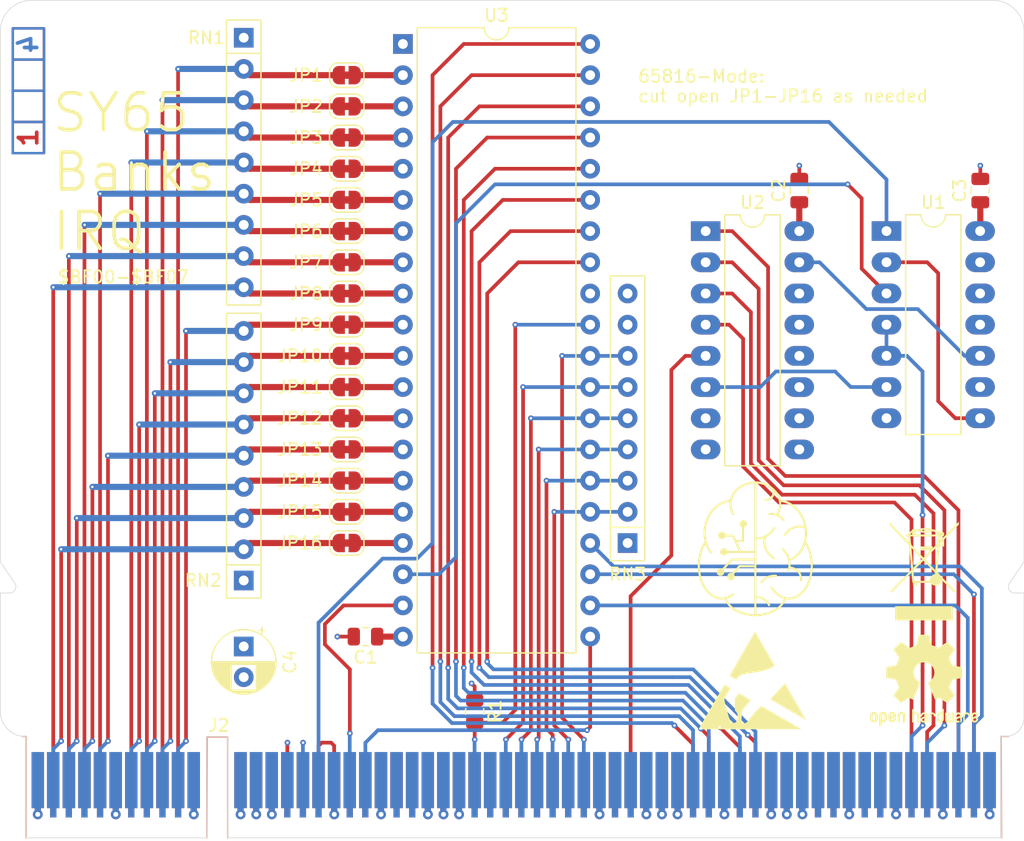
<source format=kicad_pcb>
(kicad_pcb (version 20240108) (generator "pcbnew") (generator_version "8.0")
  (layers (0 "F.Cu" signal) (1 "In1.Cu" power) (2 "In2.Cu" power) (31 "B.Cu" signal) (34 "B.Paste" user) (35 "F.Paste" user) (36 "B.SilkS" user "B.Silkscreen") (37 "F.SilkS" user "F.Silkscreen") (38 "B.Mask" user) (39 "F.Mask" user) (44 "Edge.Cuts" user))
  (net 0 "")
  (net 1 "+5V")
  (net 2 "GND")
  (net 4 "/ROM_4")
  (net 6 "/ROM_2")
  (net 10 "/RAM_1")
  (net 11 "/~{IRQ_3}")
  (net 12 "/A6")
  (net 13 "/ROM_1")
  (net 14 "/D4")
  (net 16 "/ROM_0")
  (net 18 "/A5")
  (net 19 "/A7")
  (net 20 "+9V")
  (net 21 "/R{slash}~{W}")
  (net 22 "/RAM_3")
  (net 23 "/A1")
  (net 24 "/D6")
  (net 25 "/ROM_3")
  (net 26 "/D5")
  (net 30 "/RAM_4")
  (net 32 "/ROM_7")
  (net 33 "/RAM_0")
  (net 34 "/D3")
  (net 37 "/D1")
  (net 38 "/ROM_5")
  (net 39 "/~{IRQ}")
  (net 41 "/RAM_6")
  (net 42 "/ROM_6")
  (net 43 "/CLK")
  (net 48 "/RAM_5")
  (net 50 "/PAGE")
  (net 51 "/~{IRQ_0}")
  (net 52 "/~{IRQ_4}")
  (net 54 "/~{RES}")
  (net 56 "/D0")
  (net 57 "/A3")
  (net 59 "/A0")
  (net 60 "/A4")
  (net 61 "/D7")
  (net 62 "/D2")
  (net 63 "/RAM_2")
  (net 64 "/~{IO}")
  (net 66 "/A2")
  (net 68 "/~{IRQ_2}")
  (net 69 "/~{IRQ_1}")
  (net 72 "/RAM_7")
  (net 78 "/PORT_0")
  (net 83 "Net-(JP1-A)")
  (net 84 "Net-(JP2-A)")
  (net 85 "Net-(JP3-A)")
  (net 86 "Net-(JP4-A)")
  (net 87 "Net-(JP5-A)")
  (net 88 "Net-(JP6-A)")
  (net 89 "Net-(JP7-A)")
  (net 90 "Net-(JP8-A)")
  (net 91 "Net-(JP9-A)")
  (net 92 "Net-(JP10-A)")
  (net 93 "Net-(JP11-A)")
  (net 94 "Net-(JP12-A)")
  (net 95 "Net-(JP13-A)")
  (net 96 "Net-(JP14-A)")
  (net 97 "Net-(JP15-A)")
  (net 98 "Net-(JP16-A)")
  (net 101 "Net-(U2-E2)")
  (net 102 "Net-(U3-~{CS})")
  (net 104 "Net-(U2-~{Y0})")
  (net 127 "unconnected-(U2-~{Y2}-Pad13)")
  (net 128 "unconnected-(U2-~{Y6}-Pad9)")
  (net 129 "unconnected-(U2-~{Y1}-Pad14)")
  (net 130 "unconnected-(U2-~{Y4}-Pad11)")
  (net 131 "unconnected-(U2-~{Y3}-Pad12)")
  (net 132 "unconnected-(U2-~{Y5}-Pad10)")
  (footprint "Jumper:SolderJumper-2_P1.3mm_Bridged_RoundedPad1.0x1.5mm" (layer "F.Cu") (at 127.762 85.344 180)
    (property "Reference" "JP9")
    (property "Value" "ROM0")
  )
  (footprint "Resistor_SMD:R_0805_2012Metric" (layer "F.Cu") (at 138.176 116.84 -90)
    (property "Reference" "R1")
    (property "Value" "1k")
  )
  (footprint "Jumper:SolderJumper-2_P1.3mm_Bridged_RoundedPad1.0x1.5mm" (layer "F.Cu") (at 127.762 75.184 180)
    (property "Reference" "JP5")
    (property "Value" "RAM4")
  )
  (footprint "Resistor_THT:R_Array_SIP9" (layer "F.Cu") (at 150.622 103.124 90)
    (property "Reference" "RN3")
    (property "Value" "3k3")
  )
  (footprint "Capacitor_SMD:C_0805_2012Metric" (layer "F.Cu") (at 164.592 74.422 90)
    (property "Reference" "C2")
    (property "Value" "100n")
  )
  (footprint "Jumper:SolderJumper-2_P1.3mm_Bridged_RoundedPad1.0x1.5mm" (layer "F.Cu") (at 127.762 70.104 180)
    (property "Reference" "JP3")
    (property "Value" "RAM2")
  )
  (footprint "Symbol:OSHW-Logo2_9.8x8mm_SilkScreen" (layer "F.Cu") (at 174.752 114.3)
    (property "Reference" "REF**" (hide yes))
    (property "Value" "OSHW-Logo2_9.8x8mm_SilkScreen" (hide yes))
  )
  (footprint "Eigene:ladder_4" (layer "F.Cu") (at 101.854 66.294 90)
    (property "Reference" "Ref**" (hide yes))
    (property "Value" "Val**" (hide yes))
  )
  (footprint "Package_DIP:DIP-40_W15.24mm" (layer "F.Cu") (at 132.334 62.484)
    (property "Reference" "U3")
    (property "Value" "6525")
  )
  (footprint "Jumper:SolderJumper-2_P1.3mm_Bridged_RoundedPad1.0x1.5mm" (layer "F.Cu") (at 127.762 82.804 180)
    (property "Reference" "JP8")
    (property "Value" "RAM7")
  )
  (footprint "Jumper:SolderJumper-2_P1.3mm_Bridged_RoundedPad1.0x1.5mm" (layer "F.Cu") (at 127.762 65.024 180)
    (property "Reference" "JP1")
    (property "Value" "RAM0")
  )
  (footprint "Jumper:SolderJumper-2_P1.3mm_Bridged_RoundedPad1.0x1.5mm" (layer "F.Cu") (at 127.762 80.264 180)
    (property "Reference" "JP7")
    (property "Value" "RAM6")
  )
  (footprint "Symbol:WEEE-Logo_5.6x8mm_SilkScreen" (layer "F.Cu") (at 174.752 105.41)
    (property "Reference" "REF**" (hide yes))
    (property "Value" "WEEE-Logo_5.6x8mm_SilkScreen" (hide yes))
  )
  (footprint "Symbol:ESD-Logo_8.9x8mm_SilkScreen" (layer "F.Cu") (at 160.782 114.3)
    (property "Reference" "REF**" (hide yes))
    (property "Value" "ESD-Logo_8.9x8mm_SilkScreen" (hide yes))
  )
  (footprint "Eigene:logo" (layer "F.Cu") (at 161.036 103.632)
    (property "Reference" "G***" (hide yes))
    (property "Value" "LOGO" (hide yes))
  )
  (footprint "Resistor_THT:R_Array_SIP9" (layer "F.Cu") (at 119.38 106.172 90)
    (property "Reference" "RN2")
    (property "Value" "3k3")
  )
  (footprint "Package_DIP:DIP-16_W7.62mm_LongPads" (layer "F.Cu") (at 156.972 77.724)
    (property "Reference" "U2")
    (property "Value" "74HC138")
  )
  (footprint "Jumper:SolderJumper-2_P1.3mm_Bridged_RoundedPad1.0x1.5mm" (layer "F.Cu") (at 127.762 98.044 180)
    (property "Reference" "JP14")
    (property "Value" "ROM5")
  )
  (footprint "Jumper:SolderJumper-2_P1.3mm_Bridged_RoundedPad1.0x1.5mm" (layer "F.Cu") (at 127.762 92.964 180)
    (property "Reference" "JP12")
    (property "Value" "ROM3")
  )
  (footprint "Jumper:SolderJumper-2_P1.3mm_Bridged_RoundedPad1.0x1.5mm" (layer "F.Cu") (at 127.762 77.724 180)
    (property "Reference" "JP6")
    (property "Value" "RAM5")
  )
  (footprint "Jumper:SolderJumper-2_P1.3mm_Bridged_RoundedPad1.0x1.5mm" (layer "F.Cu") (at 127.762 72.644 180)
    (property "Reference" "JP4")
    (property "Value" "RAM3")
  )
  (footprint "Jumper:SolderJumper-2_P1.3mm_Bridged_RoundedPad1.0x1.5mm" (layer "F.Cu") (at 127.762 95.504 180)
    (property "Reference" "JP13")
    (property "Value" "ROM4")
  )
  (footprint "Jumper:SolderJumper-2_P1.3mm_Bridged_RoundedPad1.0x1.5mm" (layer "F.Cu") (at 127.762 90.424 180)
    (property "Reference" "JP11")
    (property "Value" "ROM2")
  )
  (footprint "Capacitor_SMD:C_0805_2012Metric" (layer "F.Cu") (at 179.324 74.422 90)
    (property "Reference" "C3")
    (property "Value" "100n")
  )
  (footprint "Resistor_THT:R_Array_SIP9" (layer "F.Cu") (at 119.38 61.976 -90)
    (property "Reference" "RN1")
    (property "Value" "3k3")
  )
  (footprint "Jumper:SolderJumper-2_P1.3mm_Bridged_RoundedPad1.0x1.5mm" (layer "F.Cu") (at 127.762 103.124 180)
    (property "Reference" "JP16")
    (property "Value" "ROM7")
  )
  (footprint "Capacitor_SMD:C_0805_2012Metric" (layer "F.Cu") (at 129.286 110.744 180)
    (property "Reference" "C1")
    (property "Value" "100n")
  )
  (footprint "Jumper:SolderJumper-2_P1.3mm_Bridged_RoundedPad1.0x1.5mm" (layer "F.Cu") (at 127.762 67.564 180)
    (property "Reference" "JP2")
    (property "Value" "RAM1")
  )
  (footprint "Package_DIP:DIP-14_W7.62mm_LongPads" (layer "F.Cu") (at 171.689 77.719)
    (property "Reference" "U1")
    (property "Value" "74HC00")
  )
  (footprint "Jumper:SolderJumper-2_P1.3mm_Bridged_RoundedPad1.0x1.5mm" (layer "F.Cu") (at 127.762 100.584 180)
    (property "Reference" "JP15")
    (property "Value" "ROM6")
  )
  (footprint "Capacitor_THT:CP_Radial_D5.0mm_P2.50mm" (layer "F.Cu") (at 119.38 111.546 -90)
    (property "Reference" "C4")
    (property "Value" "10µ")
  )
  (footprint "Jumper:SolderJumper-2_P1.3mm_Bridged_RoundedPad1.0x1.5mm" (layer "F.Cu") (at 127.762 87.884 180)
    (property "Reference" "JP10")
    (property "Value" "ROM1")
  )
  (footprint "Connector_PCBEdge:BUS_PCI" (layer "B.Cu") (at 141.346 123.758 180)
    (property "Reference" "J2")
    (property "Value" "Bus_PCI_6502")
  )
  (gr_line (start 116.332 118.872) (end 118.11 118.872) (stroke (width 0.05)) (layer "Edge.Cuts"))
  (gr_arc (start 101.6 118.872) (mid 100.163158 118.276841) (end 99.568 116.84) (stroke (width 0.05)) (layer "Edge.Cuts"))
  (gr_line (start 116.332 127.127) (end 116.332 118.872) (stroke (width 0.05)) (layer "Edge.Cuts"))
  (gr_line (start 182.88 107.188) (end 182.118 107.188) (stroke (width 0.05)) (layer "Edge.Cuts"))
  (gr_line (start 99.568 104.648) (end 99.568 61.468) (stroke (width 0.05)) (layer "Edge.Cuts"))
  (gr_line (start 102.108 58.928) (end 180.34 58.928) (stroke (width 0.05)) (layer "Edge.Cuts"))
  (gr_line (start 101.727 127.127) (end 116.332 127.127) (stroke (width 0.05)) (layer "Edge.Cuts"))
  (gr_line (start 118.11 127.127) (end 180.975 127.127) (stroke (width 0.05)) (layer "Edge.Cuts"))
  (gr_line (start 180.975 118.872) (end 181.356 118.872) (stroke (width 0.05)) (layer "Edge.Cuts"))
  (gr_line (start 99.568 104.648) (end 100.784369 106.452815) (stroke (width 0.05)) (layer "Edge.Cuts"))
  (gr_line (start 180.975 127.127) (end 180.975 118.872) (stroke (width 0.05)) (layer "Edge.Cuts"))
  (gr_arc (start 180.34 58.928) (mid 182.1361 59.671928) (end 182.88 61.468) (stroke (width 0.05)) (layer "Edge.Cuts"))
  (gr_line (start 101.727 118.872) (end 101.727 127.127) (stroke (width 0.05)) (layer "Edge.Cuts"))
  (gr_arc (start 99.568 61.468) (mid 100.311949 59.671949) (end 102.108 58.928) (stroke (width 0.05)) (layer "Edge.Cuts"))
  (gr_line (start 118.11 118.872) (end 118.11 127.127) (stroke (width 0.05)) (layer "Edge.Cuts"))
  (gr_line (start 99.568 116.84) (end 99.568 107.188) (stroke (width 0.05)) (layer "Edge.Cuts"))
  (gr_line (start 101.6 118.872) (end 101.727 118.872) (stroke (width 0.05)) (layer "Edge.Cuts"))
  (gr_arc (start 100.784369 106.452815) (mid 100.762131 106.947071) (end 100.33 107.188) (stroke (width 0.05)) (layer "Edge.Cuts"))
  (gr_line (start 182.88 104.648) (end 182.88 61.468) (stroke (width 0.05)) (layer "Edge.Cuts"))
  (gr_arc (start 182.118 107.188) (mid 181.685941 106.947064) (end 181.663631 106.452815) (stroke (width 0.05)) (layer "Edge.Cuts"))
  (gr_line (start 100.33 107.188) (end 99.568 107.188) (stroke (width 0.05)) (layer "Edge.Cuts"))
  (gr_line (start 181.663631 106.452815) (end 182.88 104.648) (stroke (width 0.05)) (layer "Edge.Cuts"))
  (gr_arc (start 182.88 117.348) (mid 182.433645 118.425645) (end 181.356 118.872) (stroke (width 0.05)) (layer "Edge.Cuts"))
  (gr_line (start 182.88 107.188) (end 182.88 117.348) (stroke (width 0.05)) (layer "Edge.Cuts"))
  (gr_text "SY65\nBanks\nIRQ" (at 103.632 79.502 0) (layer "F.SilkS") (effects (font (size 3 3) (thickness 0.3)) (justify left bottom)))
  (gr_text "$BF00-$BF07" (at 104.14 82.042 0) (layer "F.SilkS") (effects (font (size 1 1)) (justify left bottom)))
  (gr_text "65816-Mode:\ncut open JP1-JP16 as needed" (at 151.384 67.31 0) (layer "F.SilkS") (effects (font (size 1 1)) (justify left bottom)))
  (segment (start 179.324 75.372) (end 179.324 77.704) (width 0.5) (layer "F.Cu") (net 1))
  (segment (start 164.592 75.372) (end 164.592 77.724) (width 0.5) (layer "F.Cu") (net 1))
  (segment (start 179.324 77.704) (end 179.309 77.719) (width 0.5) (layer "F.Cu") (net 1))
  (segment (start 130.236 110.744) (end 132.334 110.744) (width 0.5) (layer "F.Cu") (net 1))
  (via (at 121.666 125.222) (size 0.8) (drill 0.4) (layers "F.Cu" "B.Cu") (net 1))
  (via (at 135.636 125.222) (size 0.8) (drill 0.4) (layers "F.Cu" "B.Cu") (net 1))
  (via (at 153.416 125.222) (size 0.8) (drill 0.4) (layers "F.Cu" "B.Cu") (net 1))
  (via (at 163.576 125.222) (size 0.8) (drill 0.4) (layers "F.Cu" "B.Cu") (net 1))
  (segment (start 138.176 114.808) (end 137.922 114.554) (width 0.3) (layer "F.Cu") (net 2))
  (segment (start 125.466 122.428) (end 125.466 119.644) (width 0.3) (layer "F.Cu") (net 2))
  (segment (start 126.736 119.624) (end 126.736 122.428) (width 0.3) (layer "F.Cu") (net 2))
  (segment (start 122.926 122.428) (end 122.926 119.39) (width 0.3) (layer "F.Cu") (net 2))
  (segment (start 126.492 119.38) (end 126.736 119.624) (width 0.3) (layer "F.Cu") (net 2))
  (segment (start 179.324 73.472) (end 179.324 72.39) (width 0.3) (layer "F.Cu") (net 2))
  (segment (start 125.466 119.644) (end 125.73 119.38) (width 0.3) (layer "F.Cu") (net 2))
  (segment (start 164.592 73.472) (end 164.592 72.39) (width 0.3) (layer "F.Cu") (net 2))
  (segment (start 128.336 110.744) (end 127 110.744) (width 0.3) (layer "F.Cu") (net 2))
  (segment (start 125.73 119.38) (end 126.492 119.38) (width 0.3) (layer "F.Cu") (net 2))
  (segment (start 138.176 115.9275) (end 138.176 114.808) (width 0.3) (layer "F.Cu") (net 2))
  (segment (start 122.926 119.39) (end 122.936 119.38) (width 0.3) (layer "F.Cu") (net 2))
  (via (at 126.746 125.222) (size 0.8) (drill 0.4) (layers "F.Cu" "B.Cu") (net 2))
  (via (at 176.276 125.222) (size 0.8) (drill 0.4) (layers "F.Cu" "B.Cu") (net 2))
  (via (at 152.146 125.222) (size 0.8) (drill 0.4) (layers "F.Cu" "B.Cu") (net 2))
  (via (at 124.206 119.38) (size 0.46) (drill 0.2) (layers "F.Cu" "B.Cu") (net 2))
  (via (at 162.306 125.222) (size 0.8) (drill 0.4) (layers "F.Cu" "B.Cu") (net 2))
  (via (at 120.396 125.222) (size 0.8) (drill 0.4) (layers "F.Cu" "B.Cu") (net 2))
  (via (at 158.496 125.222) (size 0.8) (drill 0.4) (layers "F.Cu" "B.Cu") (net 2))
  (via (at 130.556 125.222) (size 0.8) (drill 0.4) (layers "F.Cu" "B.Cu") (net 2))
  (via (at 180.086 125.222) (size 0.8) (drill 0.4) (layers "F.Cu" "B.Cu") (net 2))
  (via (at 164.592 72.39) (size 0.46) (drill 0.2) (layers "F.Cu" "B.Cu") (net 2))
  (via (at 122.936 119.38) (size 0.46) (drill 0.2) (layers "F.Cu" "B.Cu") (net 2))
  (via (at 154.686 125.222) (size 0.8) (drill 0.4) (layers "F.Cu" "B.Cu") (net 2))
  (via (at 164.846 125.222) (size 0.8) (drill 0.4) (layers "F.Cu" "B.Cu") (net 2))
  (via (at 134.366 125.222) (size 0.8) (drill 0.4) (layers "F.Cu" "B.Cu") (net 2))
  (via (at 137.922 114.554) (size 0.46) (drill 0.2) (layers "F.Cu" "B.Cu") (net 2))
  (via (at 136.906 125.222) (size 0.8) (drill 0.4) (layers "F.Cu" "B.Cu") (net 2))
  (via (at 102.616 125.222) (size 0.8) (drill 0.4) (layers "F.Cu" "B.Cu") (net 2))
  (via (at 179.324 72.39) (size 0.46) (drill 0.2) (layers "F.Cu" "B.Cu") (net 2))
  (via (at 172.466 125.222) (size 0.8) (drill 0.4) (layers "F.Cu" "B.Cu") (net 2))
  (via (at 168.656 125.222) (size 0.8) (drill 0.4) (layers "F.Cu" "B.Cu") (net 2))
  (via (at 148.336 125.222) (size 0.8) (drill 0.4) (layers "F.Cu" "B.Cu") (net 2))
  (via (at 127 110.744) (size 0.46) (drill 0.2) (layers "F.Cu" "B.Cu") (net 2))
  (via (at 108.966 125.222) (size 0.8) (drill 0.4) (layers "F.Cu" "B.Cu") (net 2))
  (via (at 115.316 125.222) (size 0.8) (drill 0.4) (layers "F.Cu" "B.Cu") (net 2))
  (segment (start 124.196 119.39) (end 124.206 119.38) (width 0.3) (layer "B.Cu") (net 2))
  (segment (start 124.196 122.428) (end 124.196 119.39) (width 0.3) (layer "B.Cu") (net 2))
  (segment (start 127.112 95.504) (end 119.888 95.504) (width 0.5) (layer "F.Cu") (net 4))
  (segment (start 119.888 95.504) (end 119.38 96.012) (width 0.5) (layer "F.Cu") (net 4))
  (segment (start 108.331 119.253) (end 108.331 96.012) (width 0.3) (layer "F.Cu") (net 4))
  (via (at 108.331 119.253) (size 0.46) (drill 0.2) (layers "F.Cu" "B.Cu") (net 4))
  (via (at 108.331 96.012) (size 0.46) (drill 0.2) (layers "F.Cu" "B.Cu") (net 4))
  (segment (start 107.686 122.428) (end 107.686 119.898) (width 0.3) (layer "B.Cu") (net 4))
  (segment (start 107.686 119.898) (end 108.331 119.253) (width 0.3) (layer "B.Cu") (net 4))
  (segment (start 119.38 96.012) (end 108.331 96.012) (width 0.5) (layer "B.Cu") (net 4))
  (segment (start 119.888 90.424) (end 119.38 90.932) (width 0.5) (layer "F.Cu") (net 6))
  (segment (start 112.141 119.253) (end 112.141 90.932) (width 0.3) (layer "F.Cu") (net 6))
  (segment (start 127.112 90.424) (end 119.888 90.424) (width 0.5) (layer "F.Cu") (net 6))
  (via (at 112.141 119.253) (size 0.46) (drill 0.2) (layers "F.Cu" "B.Cu") (net 6))
  (via (at 112.141 90.932) (size 0.46) (drill 0.2) (layers "F.Cu" "B.Cu") (net 6))
  (segment (start 111.496 122.428) (end 111.496 119.898) (width 0.3) (layer "B.Cu") (net 6))
  (segment (start 119.38 90.932) (end 112.141 90.932) (width 0.5) (layer "B.Cu") (net 6))
  (segment (start 111.496 119.898) (end 112.141 119.253) (width 0.3) (layer "B.Cu") (net 6))
  (segment (start 127.112 67.564) (end 119.888 67.564) (width 0.5) (layer "F.Cu") (net 10))
  (segment (start 112.766 122.428) (end 112.766 67.066) (width 0.3) (layer "F.Cu") (net 10))
  (segment (start 119.888 67.564) (end 119.38 67.056) (width 0.5) (layer "F.Cu") (net 10))
  (segment (start 112.766 67.066) (end 112.776 67.056) (width 0.3) (layer "F.Cu") (net 10))
  (via (at 112.776 67.056) (size 0.46) (drill 0.2) (layers "F.Cu" "B.Cu") (net 10))
  (segment (start 112.776 67.056) (end 119.38 67.056) (width 0.5) (layer "B.Cu") (net 10))
  (segment (start 142.748 118.364) (end 141.986 119.126) (width 0.3) (layer "F.Cu") (net 11))
  (segment (start 142.748 92.964) (end 142.748 118.364) (width 0.3) (layer "F.Cu") (net 11))
  (via (at 141.986 119.126) (size 0.46) (drill 0.2) (layers "F.Cu" "B.Cu") (net 11))
  (via (at 142.748 92.964) (size 0.46) (drill 0.2) (layers "F.Cu" "B.Cu") (net 11))
  (segment (start 141.976 122.428) (end 141.976 119.136) (width 0.3) (layer "B.Cu") (net 11))
  (segment (start 141.976 119.136) (end 141.986 119.126) (width 0.3) (layer "B.Cu") (net 11))
  (segment (start 142.748 92.964) (end 150.622 92.964) (width 0.3) (layer "B.Cu") (net 11))
  (segment (start 174.625 113.538) (end 174.625 100.838) (width 0.3) (layer "F.Cu") (net 12))
  (segment (start 174.625 117.983) (end 174.625 113.538) (width 0.3) (layer "F.Cu") (net 12))
  (via (at 174.625 117.983) (size 0.46) (drill 0.2) (layers "F.Cu" "B.Cu") (net 12))
  (via (at 174.625 100.838) (size 0.46) (drill 0.2) (layers "F.Cu" "B.Cu") (net 12))
  (segment (start 171.689 85.339) (end 171.689 87.879) (width 0.3) (layer "B.Cu") (net 12))
  (segment (start 173.726 122.428) (end 173.726 118.882) (width 0.3) (layer "B.Cu") (net 12))
  (segment (start 173.35 87.879) (end 171.689 87.879) (width 0.3) (layer "B.Cu") (net 12))
  (segment (start 174.625 89.154) (end 173.35 87.879) (width 0.3) (layer "B.Cu") (net 12))
  (segment (start 173.726 118.882) (end 174.625 117.983) (width 0.3) (layer "B.Cu") (net 12))
  (segment (start 174.625 100.838) (end 174.625 89.154) (width 0.3) (layer "B.Cu") (net 12))
  (segment (start 119.888 87.884) (end 119.38 88.392) (width 0.5) (layer "F.Cu") (net 13))
  (segment (start 113.411 119.253) (end 113.411 88.392) (width 0.3) (layer "F.Cu") (net 13))
  (segment (start 127.112 87.884) (end 119.888 87.884) (width 0.5) (layer "F.Cu") (net 13))
  (via (at 113.411 119.253) (size 0.46) (drill 0.2) (layers "F.Cu" "B.Cu") (net 13))
  (via (at 113.411 88.392) (size 0.46) (drill 0.2) (layers "F.Cu" "B.Cu") (net 13))
  (segment (start 113.411 88.392) (end 119.38 88.392) (width 0.5) (layer "B.Cu") (net 13))
  (segment (start 112.766 119.898) (end 113.411 119.253) (width 0.3) (layer "B.Cu") (net 13))
  (segment (start 112.766 122.428) (end 112.766 119.898) (width 0.3) (layer "B.Cu") (net 13))
  (segment (start 136.652 112.776) (end 136.652 72.644) (width 0.3) (layer "F.Cu") (net 14))
  (segment (start 136.652 72.644) (end 139.192 70.104) (width 0.3) (layer "F.Cu") (net 14))
  (segment (start 139.192 70.104) (end 147.574 70.104) (width 0.3) (layer "F.Cu") (net 14))
  (via (at 136.652 112.776) (size 0.46) (drill 0.2) (layers "F.Cu" "B.Cu") (net 14))
  (segment (start 157.226 118.051756) (end 157.226 122.428) (width 0.3) (layer "B.Cu") (net 14))
  (segment (start 155.125244 115.951) (end 157.226 118.051756) (width 0.3) (layer "B.Cu") (net 14))
  (segment (start 136.652 112.776) (end 136.652 115.57) (width 0.3) (layer "B.Cu") (net 14))
  (segment (start 137.033 115.951) (end 155.125244 115.951) (width 0.3) (layer "B.Cu") (net 14))
  (segment (start 136.652 115.57) (end 137.033 115.951) (width 0.3) (layer "B.Cu") (net 14))
  (segment (start 119.888 85.344) (end 119.38 85.852) (width 0.5) (layer "F.Cu") (net 16))
  (segment (start 114.681 119.253) (end 114.681 85.852) (width 0.3) (layer "F.Cu") (net 16))
  (segment (start 127.112 85.344) (end 119.888 85.344) (width 0.5) (layer "F.Cu") (net 16))
  (via (at 114.681 85.852) (size 0.46) (drill 0.2) (layers "F.Cu" "B.Cu") (net 16))
  (via (at 114.681 119.253) (size 0.46) (drill 0.2) (layers "F.Cu" "B.Cu") (net 16))
  (segment (start 114.036 122.428) (end 114.036 119.898) (width 0.3) (layer "B.Cu") (net 16))
  (segment (start 119.38 85.852) (end 114.681 85.852) (width 0.5) (layer "B.Cu") (net 16))
  (segment (start 114.036 119.898) (end 114.681 119.253) (width 0.3) (layer "B.Cu") (net 16))
  (segment (start 163.195 99.187) (end 160.655 96.647) (width 0.3) (layer "F.Cu") (net 18))
  (segment (start 175.514 117.983) (end 175.514 100.711) (width 0.3) (layer "F.Cu") (net 18))
  (segment (start 175.514 100.711) (end 173.99 99.187) (width 0.3) (layer "F.Cu") (net 18))
  (segment (start 160.655 84.328) (end 159.131 82.804) (width 0.3) (layer "F.Cu") (net 18))
  (segment (start 159.131 82.804) (end 156.972 82.804) (width 0.3) (layer "F.Cu") (net 18))
  (segment (start 160.655 96.647) (end 160.655 84.328) (width 0.3) (layer "F.Cu") (net 18))
  (segment (start 174.996 122.428) (end 174.996 118.501) (width 0.3) (layer "F.Cu") (net 18))
  (segment (start 174.996 118.501) (end 175.514 117.983) (width 0.3) (layer "F.Cu") (net 18))
  (segment (start 173.99 99.187) (end 163.195 99.187) (width 0.3) (layer "F.Cu") (net 18))
  (segment (start 172.339 99.822) (end 162.941 99.822) (width 0.3) (layer "F.Cu") (net 19))
  (segment (start 160.02 96.901) (end 160.02 86.487) (width 0.3) (layer "F.Cu") (net 19))
  (segment (start 173.726 122.428) (end 173.726 101.209) (width 0.3) (layer "F.Cu") (net 19))
  (segment (start 162.941 99.822) (end 160.02 96.901) (width 0.3) (layer "F.Cu") (net 19))
  (segment (start 160.02 86.487) (end 158.877 85.344) (width 0.3) (layer "F.Cu") (net 19))
  (segment (start 158.877 85.344) (end 156.972 85.344) (width 0.3) (layer "F.Cu") (net 19))
  (segment (start 173.726 101.209) (end 172.339 99.822) (width 0.3) (layer "F.Cu") (net 19))
  (via (at 119.126 125.222) (size 0.8) (drill 0.4) (layers "F.Cu" "B.Cu") (net 20))
  (segment (start 125.984 109.728) (end 127.508 108.204) (width 0.3) (layer "F.Cu") (net 21))
  (segment (start 128.016 113.411) (end 125.984 111.379) (width 0.3) (layer "F.Cu") (net 21))
  (segment (start 127.508 108.204) (end 132.334 108.204) (width 0.3) (layer "F.Cu") (net 21))
  (segment (start 128.016 118.618) (end 128.016 113.411) (width 0.3) (layer "F.Cu") (net 21))
  (segment (start 125.984 111.379) (end 125.984 109.728) (width 0.3) (layer "F.Cu") (net 21))
  (via (at 128.016 118.618) (size 0.46) (drill 0.2) (layers "F.Cu" "B.Cu") (net 21))
  (segment (start 128.006 118.628) (end 128.016 118.618) (width 0.3) (layer "B.Cu") (net 21))
  (segment (start 128.006 122.428) (end 128.006 118.628) (width 0.3) (layer "B.Cu") (net 21))
  (segment (start 127.112 72.644) (end 119.888 72.644) (width 0.5) (layer "F.Cu") (net 22))
  (segment (start 110.226 122.428) (end 110.226 72.146) (width 0.3) (layer "F.Cu") (net 22))
  (segment (start 119.888 72.644) (end 119.38 72.136) (width 0.5) (layer "F.Cu") (net 22))
  (segment (start 110.226 72.146) (end 110.236 72.136) (width 0.3) (layer "F.Cu") (net 22))
  (via (at 110.236 72.136) (size 0.46) (drill 0.2) (layers "F.Cu" "B.Cu") (net 22))
  (segment (start 110.236 72.136) (end 119.38 72.136) (width 0.5) (layer "B.Cu") (net 22))
  (segment (start 178.806 107.305) (end 178.806 122.428) (width 0.3) (layer "F.Cu") (net 23))
  (via (at 178.806 107.305) (size 0.46) (drill 0.2) (layers "F.Cu" "B.Cu") (net 23))
  (segment (start 177.165 105.664) (end 147.574 105.664) (width 0.3) (layer "B.Cu") (net 23))
  (segment (start 178.806 107.305) (end 177.165 105.664) (width 0.3) (layer "B.Cu") (net 23))
  (segment (start 137.922 65.024) (end 147.574 65.024) (width 0.3) (layer "F.Cu") (net 24))
  (segment (start 135.382 112.776) (end 135.382 67.564) (width 0.3) (layer "F.Cu") (net 24))
  (segment (start 135.382 67.564) (end 137.922 65.024) (width 0.3) (layer "F.Cu") (net 24))
  (via (at 135.382 112.776) (size 0.46) (drill 0.2) (layers "F.Cu" "B.Cu") (net 24))
  (segment (start 135.382 112.776) (end 135.382 116.078) (width 0.3) (layer "B.Cu") (net 24))
  (segment (start 155.946 118.354) (end 155.946 122.428) (width 0.3) (layer "B.Cu") (net 24))
  (segment (start 136.525 117.221) (end 154.813 117.221) (width 0.3) (layer "B.Cu") (net 24))
  (segment (start 135.382 116.078) (end 136.525 117.221) (width 0.3) (layer "B.Cu") (net 24))
  (segment (start 154.813 117.221) (end 155.946 118.354) (width 0.3) (layer "B.Cu") (net 24))
  (segment (start 110.871 119.253) (end 110.871 93.472) (width 0.3) (layer "F.Cu") (net 25))
  (segment (start 127.112 92.964) (end 119.888 92.964) (width 0.5) (layer "F.Cu") (net 25))
  (segment (start 119.888 92.964) (end 119.38 93.472) (width 0.5) (layer "F.Cu") (net 25))
  (via (at 110.871 119.253) (size 0.46) (drill 0.2) (layers "F.Cu" "B.Cu") (net 25))
  (via (at 110.871 93.472) (size 0.46) (drill 0.2) (layers "F.Cu" "B.Cu") (net 25))
  (segment (start 110.226 122.428) (end 110.226 119.898) (width 0.3) (layer "B.Cu") (net 25))
  (segment (start 110.226 119.898) (end 110.871 119.253) (width 0.3) (layer "B.Cu") (net 25))
  (segment (start 119.38 93.472) (end 110.871 93.472) (width 0.5) (layer "B.Cu") (net 25))
  (segment (start 157.226 122.428) (end 157.226 118.872) (width 0.3) (layer "F.Cu") (net 26))
  (segment (start 157.226 118.872) (end 156.591 118.237) (width 0.3) (layer "F.Cu") (net 26))
  (segment (start 138.557 67.564) (end 147.574 67.564) (width 0.3) (layer "F.Cu") (net 26))
  (segment (start 136.017 113.284) (end 136.017 70.104) (width 0.3) (layer "F.Cu") (net 26))
  (segment (start 136.017 70.104) (end 138.557 67.564) (width 0.3) (layer "F.Cu") (net 26))
  (via (at 136.017 113.284) (size 0.46) (drill 0.2) (layers "F.Cu" "B.Cu") (net 26))
  (via (at 156.591 118.237) (size 0.46) (drill 0.2) (layers "F.Cu" "B.Cu") (net 26))
  (segment (start 136.017 113.284) (end 136.017 115.824) (width 0.3) (layer "B.Cu") (net 26))
  (segment (start 136.779 116.586) (end 154.94 116.586) (width 0.3) (layer "B.Cu") (net 26))
  (segment (start 136.017 115.824) (end 136.779 116.586) (width 0.3) (layer "B.Cu") (net 26))
  (segment (start 154.94 116.586) (end 156.591 118.237) (width 0.3) (layer "B.Cu") (net 26))
  (segment (start 107.686 122.428) (end 107.686 74.686) (width 0.3) (layer "F.Cu") (net 30))
  (segment (start 107.686 74.686) (end 107.696 74.676) (width 0.3) (layer "F.Cu") (net 30))
  (segment (start 127.112 75.184) (end 119.888 75.184) (width 0.5) (layer "F.Cu") (net 30))
  (segment (start 119.888 75.184) (end 119.38 74.676) (width 0.5) (layer "F.Cu") (net 30))
  (via (at 107.696 74.676) (size 0.46) (drill 0.2) (layers "F.Cu" "B.Cu") (net 30))
  (segment (start 119.38 74.676) (end 107.696 74.676) (width 0.5) (layer "B.Cu") (net 30))
  (segment (start 127.112 103.124) (end 119.888 103.124) (width 0.5) (layer "F.Cu") (net 32))
  (segment (start 119.888 103.124) (end 119.38 103.632) (width 0.5) (layer "F.Cu") (net 32))
  (segment (start 104.521 119.253) (end 104.521 103.632) (width 0.3) (layer "F.Cu") (net 32))
  (via (at 104.521 119.253) (size 0.46) (drill 0.2) (layers "F.Cu" "B.Cu") (net 32))
  (via (at 104.521 103.632) (size 0.46) (drill 0.2) (layers "F.Cu" "B.Cu") (net 32))
  (segment (start 119.38 103.632) (end 104.521 103.632) (width 0.5) (layer "B.Cu") (net 32))
  (segment (start 103.876 122.428) (end 103.876 119.898) (width 0.3) (layer "B.Cu") (net 32))
  (segment (start 103.876 119.898) (end 104.521 119.253) (width 0.3) (layer "B.Cu") (net 32))
  (segment (start 119.888 65.024) (end 119.38 64.516) (width 0.5) (layer "F.Cu") (net 33))
  (segment (start 114.036 122.428) (end 114.036 64.526) (width 0.3) (layer "F.Cu") (net 33))
  (segment (start 114.036 64.526) (end 114.046 64.516) (width 0.3) (layer "F.Cu") (net 33))
  (segment (start 127.112 65.024) (end 119.888 65.024) (width 0.5) (layer "F.Cu") (net 33))
  (via (at 114.046 64.516) (size 0.46) (drill 0.2) (layers "F.Cu" "B.Cu") (net 33))
  (segment (start 119.38 64.516) (end 114.046 64.516) (width 0.5) (layer "B.Cu") (net 33))
  (segment (start 158.115 118.11) (end 159.756 119.751) (width 0.3) (layer "F.Cu") (net 34))
  (segment (start 137.287 75.184) (end 139.827 72.644) (width 0.3) (layer "F.Cu") (net 34))
  (segment (start 159.756 119.751) (end 159.756 122.428) (width 0.3) (layer "F.Cu") (net 34))
  (segment (start 137.287 113.284) (end 137.287 75.184) (width 0.3) (layer "F.Cu") (net 34))
  (segment (start 139.827 72.644) (end 147.574 72.644) (width 0.3) (layer "F.Cu") (net 34))
  (via (at 137.287 113.284) (size 0.46) (drill 0.2) (layers "F.Cu" "B.Cu") (net 34))
  (via (at 158.115 118.11) (size 0.46) (drill 0.2) (layers "F.Cu" "B.Cu") (net 34))
  (segment (start 137.287 114.935) (end 137.287 113.284) (width 0.3) (layer "B.Cu") (net 34))
  (segment (start 158.115 118.108324) (end 155.322676 115.316) (width 0.3) (layer "B.Cu") (net 34))
  (segment (start 158.115 118.11) (end 158.115 118.108324) (width 0.3) (layer "B.Cu") (net 34))
  (segment (start 155.322676 115.316) (end 137.668 115.316) (width 0.3) (layer "B.Cu") (net 34))
  (segment (start 137.668 115.316) (end 137.287 114.935) (width 0.3) (layer "B.Cu") (net 34))
  (segment (start 161.026 119.37) (end 160.401 118.745) (width 0.3) (layer "F.Cu") (net 37))
  (segment (start 141.097 77.724) (end 147.574 77.724) (width 0.3) (layer "F.Cu") (net 37))
  (segment (start 138.557 113.284) (end 138.557 80.264) (width 0.3) (layer "F.Cu") (net 37))
  (segment (start 161.026 122.428) (end 161.026 119.37) (width 0.3) (layer "F.Cu") (net 37))
  (segment (start 138.557 80.264) (end 141.097 77.724) (width 0.3) (layer "F.Cu") (net 37))
  (via (at 138.557 113.284) (size 0.46) (drill 0.2) (layers "F.Cu" "B.Cu") (net 37))
  (via (at 160.401 118.745) (size 0.46) (drill 0.2) (layers "F.Cu" "B.Cu") (net 37))
  (segment (start 139.319 114.046) (end 138.557 113.284) (width 0.3) (layer "B.Cu") (net 37))
  (segment (start 158.75 117.094) (end 155.702 114.046) (width 0.3) (layer "B.Cu") (net 37))
  (segment (start 154.305 114.046) (end 139.319 114.046) (width 0.3) (layer "B.Cu") (net 37))
  (segment (start 160.401 118.745) (end 158.75 117.094) (width 0.3) (layer "B.Cu") (net 37))
  (segment (start 155.702 114.046) (end 154.305 114.046) (width 0.3) (layer "B.Cu") (net 37))
  (segment (start 127.112 98.044) (end 119.888 98.044) (width 0.5) (layer "F.Cu") (net 38))
  (segment (start 119.888 98.044) (end 119.38 98.552) (width 0.5) (layer "F.Cu") (net 38))
  (segment (start 107.061 98.552) (end 107.061 119.253) (width 0.3) (layer "F.Cu") (net 38))
  (via (at 107.061 119.253) (size 0.46) (drill 0.2) (layers "F.Cu" "B.Cu") (net 38))
  (via (at 107.061 98.552) (size 0.46) (drill 0.2) (layers "F.Cu" "B.Cu") (net 38))
  (segment (start 106.416 119.898) (end 107.061 119.253) (width 0.3) (layer "B.Cu") (net 38))
  (segment (start 119.38 98.552) (end 107.061 98.552) (width 0.5) (layer "B.Cu") (net 38))
  (segment (start 106.416 122.428) (end 106.416 119.898) (width 0.3) (layer "B.Cu") (net 38))
  (segment (start 147.066 119.126) (end 145.288 117.348) (width 0.3) (layer "F.Cu") (net 39))
  (segment (start 145.288 117.348) (end 145.288 87.884) (width 0.3) (layer "F.Cu") (net 39))
  (via (at 147.066 119.126) (size 0.46) (drill 0.2) (layers "F.Cu" "B.Cu") (net 39))
  (via (at 145.288 87.884) (size 0.46) (drill 0.2) (layers "F.Cu" "B.Cu") (net 39))
  (segment (start 147.574 87.884) (end 150.622 87.884) (width 0.3) (layer "B.Cu") (net 39))
  (segment (start 145.288 87.884) (end 147.574 87.884) (width 0.3) (layer "B.Cu") (net 39))
  (segment (start 147.056 122.428) (end 147.056 119.136) (width 0.3) (layer "B.Cu") (net 39))
  (segment (start 147.056 119.136) (end 147.066 119.126) (width 0.3) (layer "B.Cu") (net 39))
  (segment (start 119.888 80.264) (end 119.38 79.756) (width 0.5) (layer "F.Cu") (net 41))
  (segment (start 127.112 80.264) (end 119.888 80.264) (width 0.5) (layer "F.Cu") (net 41))
  (segment (start 105.146 122.428) (end 105.146 79.766) (width 0.3) (layer "F.Cu") (net 41))
  (segment (start 105.146 79.766) (end 105.156 79.756) (width 0.3) (layer "F.Cu") (net 41))
  (via (at 105.156 79.756) (size 0.46) (drill 0.2) (layers "F.Cu" "B.Cu") (net 41))
  (segment (start 119.38 79.756) (end 105.156 79.756) (width 0.5) (layer "B.Cu") (net 41))
  (segment (start 105.791 119.253) (end 105.791 101.092) (width 0.3) (layer "F.Cu") (net 42))
  (segment (start 127.112 100.584) (end 119.888 100.584) (width 0.5) (layer "F.Cu") (net 42))
  (segment (start 119.888 100.584) (end 119.38 101.092) (width 0.5) (layer "F.Cu") (net 42))
  (via (at 105.791 101.092) (size 0.46) (drill 0.2) (layers "F.Cu" "B.Cu") (net 42))
  (via (at 105.791 119.253) (size 0.46) (drill 0.2) (layers "F.Cu" "B.Cu") (net 42))
  (segment (start 105.146 122.428) (end 105.146 119.898) (width 0.3) (layer "B.Cu") (net 42))
  (segment (start 105.146 119.898) (end 105.791 119.253) (width 0.3) (layer "B.Cu") (net 42))
  (segment (start 119.38 101.092) (end 105.791 101.092) (width 0.5) (layer "B.Cu") (net 42))
  (segment (start 134.747 70.485) (end 134.747 103.124) (width 0.3) (layer "B.Cu") (net 43))
  (segment (start 167.005 68.834) (end 136.398 68.834) (width 0.3) (layer "B.Cu") (net 43))
  (segment (start 130.683 104.394) (end 125.466 109.611) (width 0.3) (layer "B.Cu") (net 43))
  (segment (start 133.477 104.394) (end 130.683 104.394) (width 0.3) (layer "B.Cu") (net 43))
  (segment (start 134.747 103.124) (end 133.477 104.394) (width 0.3) (layer "B.Cu") (net 43))
  (segment (start 171.689 77.719) (end 171.689 73.518) (width 0.3) (layer "B.Cu") (net 43))
  (segment (start 125.466 109.611) (end 125.466 122.428) (width 0.3) (layer "B.Cu") (net 43))
  (segment (start 136.398 68.834) (end 134.747 70.485) (width 0.3) (layer "B.Cu") (net 43))
  (segment (start 171.689 73.518) (end 167.005 68.834) (width 0.3) (layer "B.Cu") (net 43))
  (segment (start 106.416 122.428) (end 106.416 77.226) (width 0.3) (layer "F.Cu") (net 48))
  (segment (start 106.416 77.226) (end 106.426 77.216) (width 0.3) (layer "F.Cu") (net 48))
  (segment (start 127.112 77.724) (end 119.888 77.724) (width 0.5) (layer "F.Cu") (net 48))
  (segment (start 119.888 77.724) (end 119.38 77.216) (width 0.5) (layer "F.Cu") (net 48))
  (via (at 106.426 77.216) (size 0.46) (drill 0.2) (layers "F.Cu" "B.Cu") (net 48))
  (segment (start 106.426 77.216) (end 119.38 77.216) (width 0.5) (layer "B.Cu") (net 48))
  (segment (start 141.478 85.344) (end 141.478 116.713) (width 0.3) (layer "F.Cu") (net 50))
  (segment (start 138.176 119.126) (end 138.176 117.7525) (width 0.3) (layer "F.Cu") (net 50))
  (segment (start 141.478 116.713) (end 140.4385 117.7525) (width 0.3) (layer "F.Cu") (net 50))
  (segment (start 140.4385 117.7525) (end 138.176 117.7525) (width 0.3) (layer "F.Cu") (net 50))
  (via (at 138.176 119.126) (size 0.46) (drill 0.2) (layers "F.Cu" "B.Cu") (net 50))
  (via (at 141.478 85.344) (size 0.46) (drill 0.2) (layers "F.Cu" "B.Cu") (net 50))
  (segment (start 138.166 119.136) (end 138.176 119.126) (width 0.3) (layer "B.Cu") (net 50))
  (segment (start 138.166 122.428) (end 138.166 119.136) (width 0.3) (layer "B.Cu") (net 50))
  (segment (start 141.478 85.344) (end 147.574 85.344) (width 0.3) (layer "B.Cu") (net 50))
  (segment (start 144.653 117.983) (end 144.653 100.584) (width 0.3) (layer "F.Cu") (net 51))
  (segment (start 145.796 119.126) (end 144.653 117.983) (width 0.3) (layer "F.Cu") (net 51))
  (via (at 145.796 119.126) (size 0.46) (drill 0.2) (layers "F.Cu" "B.Cu") (net 51))
  (via (at 144.653 100.584) (size 0.46) (drill 0.2) (layers "F.Cu" "B.Cu") (net 51))
  (segment (start 145.786 122.428) (end 145.786 119.136) (width 0.3) (layer "B.Cu") (net 51))
  (segment (start 147.574 100.584) (end 150.622 100.584) (width 0.3) (layer "B.Cu") (net 51))
  (segment (start 145.786 119.136) (end 145.796 119.126) (width 0.3) (layer "B.Cu") (net 51))
  (segment (start 144.653 100.584) (end 147.574 100.584) (width 0.3) (layer "B.Cu") (net 51))
  (segment (start 142.113 90.424) (end 142.113 117.729) (width 0.3) (layer "F.Cu") (net 52))
  (segment (start 142.113 117.729) (end 140.716 119.126) (width 0.3) (layer "F.Cu") (net 52))
  (via (at 142.113 90.424) (size 0.46) (drill 0.2) (layers "F.Cu" "B.Cu") (net 52))
  (via (at 140.716 119.126) (size 0.46) (drill 0.2) (layers "F.Cu" "B.Cu") (net 52))
  (segment (start 142.113 90.424) (end 150.622 90.424) (width 0.3) (layer "B.Cu") (net 52))
  (segment (start 140.706 122.428) (end 140.706 119.136) (width 0.3) (layer "B.Cu") (net 52))
  (segment (start 140.706 119.136) (end 140.716 119.126) (width 0.3) (layer "B.Cu") (net 52))
  (segment (start 147.32 118.364) (end 147.574 118.11) (width 0.3) (layer "F.Cu") (net 54))
  (segment (start 147.574 118.11) (end 147.574 110.744) (width 0.3) (layer "F.Cu") (net 54))
  (via (at 147.32 118.364) (size 0.46) (drill 0.2) (layers "F.Cu" "B.Cu") (net 54))
  (segment (start 147.32 118.364) (end 130.302 118.364) (width 0.3) (layer "B.Cu") (net 54))
  (segment (start 130.302 118.364) (end 129.276 119.39) (width 0.3) (layer "B.Cu") (net 54))
  (segment (start 129.276 119.39) (end 129.276 122.428) (width 0.3) (layer "B.Cu") (net 54))
  (segment (start 147.574 80.264) (end 141.732 80.264) (width 0.3) (layer "F.Cu") (net 56))
  (segment (start 139.192 83.058) (end 139.192 112.776) (width 0.3) (layer "F.Cu") (net 56))
  (segment (start 141.732 80.264) (end 139.192 82.804) (width 0.3) (layer "F.Cu") (net 56))
  (segment (start 139.192 82.804) (end 139.192 83.058) (width 0.3) (layer "F.Cu") (net 56))
  (via (at 139.192 112.776) (size 0.46) (drill 0.2) (layers "F.Cu" "B.Cu") (net 56))
  (segment (start 155.956 113.411) (end 161.026 118.481) (width 0.3) (layer "B.Cu") (net 56))
  (segment (start 139.192 112.776) (end 139.192 112.903) (width 0.3) (layer "B.Cu") (net 56))
  (segment (start 161.026 118.481) (end 161.026 122.428) (width 0.3) (layer "B.Cu") (net 56))
  (segment (start 139.192 112.903) (end 139.7 113.411) (width 0.3) (layer "B.Cu") (net 56))
  (segment (start 139.7 113.411) (end 155.956 113.411) (width 0.3) (layer "B.Cu") (net 56))
  (segment (start 174.752 97.663) (end 163.449 97.663) (width 0.3) (layer "F.Cu") (net 57))
  (segment (start 162.052 80.645) (end 159.131 77.724) (width 0.3) (layer "F.Cu") (net 57))
  (segment (start 162.052 96.266) (end 162.052 80.645) (width 0.3) (layer "F.Cu") (net 57))
  (segment (start 177.546 122.428) (end 177.546 100.457) (width 0.3) (layer "F.Cu") (net 57))
  (segment (start 177.546 100.457) (end 174.752 97.663) (width 0.3) (layer "F.Cu") (net 57))
  (segment (start 159.131 77.724) (end 156.972 77.724) (width 0.3) (layer "F.Cu") (net 57))
  (segment (start 163.449 97.663) (end 162.052 96.266) (width 0.3) (layer "F.Cu") (net 57))
  (segment (start 178.806 122.428) (end 178.806 117.866) (width 0.3) (layer "B.Cu") (net 59))
  (segment (start 177.673 105.029) (end 149.479 105.029) (width 0.3) (layer "B.Cu") (net 59))
  (segment (start 179.451 117.221) (end 179.451 106.807) (width 0.3) (layer "B.Cu") (net 59))
  (segment (start 149.479 105.029) (end 147.574 103.124) (width 0.3) (layer "B.Cu") (net 59))
  (segment (start 179.451 106.807) (end 177.673 105.029) (width 0.3) (layer "B.Cu") (net 59))
  (segment (start 178.806 117.866) (end 179.451 117.221) (width 0.3) (layer "B.Cu") (net 59))
  (segment (start 161.29 82.423) (end 159.131 80.264) (width 0.3) (layer "F.Cu") (net 60))
  (segment (start 161.29 96.393) (end 161.29 82.423) (width 0.3) (layer "F.Cu") (net 60))
  (segment (start 174.371 98.425) (end 163.322 98.425) (width 0.3) (layer "F.Cu") (net 60))
  (segment (start 159.131 80.264) (end 156.972 80.264) (width 0.3) (layer "F.Cu") (net 60))
  (segment (start 176.403 100.457) (end 174.371 98.425) (width 0.3) (layer "F.Cu") (net 60))
  (segment (start 176.403 117.983) (end 176.403 100.457) (width 0.3) (layer "F.Cu") (net 60))
  (segment (start 163.322 98.425) (end 161.29 96.393) (width 0.3) (layer "F.Cu") (net 60))
  (via (at 176.403 117.983) (size 0.46) (drill 0.2) (layers "F.Cu" "B.Cu") (net 60))
  (segment (start 174.996 122.428) (end 174.996 119.39) (width 0.3) (layer "B.Cu") (net 60))
  (segment (start 174.996 119.39) (end 176.403 117.983) (width 0.3) (layer "B.Cu") (net 60))
  (segment (start 155.946 119.497) (end 154.432 117.983) (width 0.3) (layer "F.Cu") (net 61))
  (segment (start 134.747 65.024) (end 137.287 62.484) (width 0.3) (layer "F.Cu") (net 61))
  (segment (start 155.946 122.428) (end 155.946 119.497) (width 0.3) (layer "F.Cu") (net 61))
  (segment (start 137.287 62.484) (end 147.574 62.484) (width 0.3) (layer "F.Cu") (net 61))
  (segment (start 134.747 113.284) (end 134.747 65.024) (width 0.3) (layer "F.Cu") (net 61))
  (via (at 154.432 117.983) (size 0.46) (drill 0.2) (layers "F.Cu" "B.Cu") (net 61))
  (via (at 134.747 113.284) (size 0.46) (drill 0.2) (layers "F.Cu" "B.Cu") (net 61))
  (segment (start 134.747 116.205) (end 136.326 117.784) (width 0.3) (layer "B.Cu") (net 61))
  (segment (start 154.233 117.784) (end 154.432 117.983) (width 0.3) (layer "B.Cu") (net 61))
  (segment (start 136.326 117.784) (end 154.233 117.784) (width 0.3) (layer "B.Cu") (net 61))
  (segment (start 134.747 113.284) (end 134.747 116.205) (width 0.3) (layer "B.Cu") (net 61))
  (segment (start 137.922 77.724) (end 137.922 83.058) (width 0.3) (layer "F.Cu") (net 62))
  (segment (start 137.922 83.058) (end 137.922 112.776) (width 0.3) (layer "F.Cu") (net 62))
  (segment (start 147.574 75.184) (end 140.462 75.184) (width 0.3) (layer "F.Cu") (net 62))
  (segment (start 140.462 75.184) (end 137.922 77.724) (width 0.3) (layer "F.Cu") (net 62))
  (via (at 137.922 112.776) (size 0.46) (drill 0.2) (layers "F.Cu" "B.Cu") (net 62))
  (segment (start 159.756 118.862) (end 159.756 122.428) (width 0.3) (layer "B.Cu") (net 62))
  (segment (start 137.922 113.665) (end 138.938 114.681) (width 0.3) (layer "B.Cu") (net 62))
  (segment (start 137.922 112.776) (end 137.922 113.665) (width 0.3) (layer "B.Cu") (net 62))
  (segment (start 138.938 114.681) (end 155.575 114.681) (width 0.3) (layer "B.Cu") (net 62))
  (segment (start 155.575 114.681) (end 159.756 118.862) (width 0.3) (layer "B.Cu") (net 62))
  (segment (start 111.496 69.606) (end 111.506 69.596) (width 0.3) (layer "F.Cu") (net 63))
  (segment (start 127.112 70.104) (end 119.888 70.104) (width 0.5) (layer "F.Cu") (net 63))
  (segment (start 119.888 70.104) (end 119.38 69.596) (width 0.5) (layer "F.Cu") (net 63))
  (segment (start 111.496 122.428) (end 111.496 69.606) (width 0.3) (layer "F.Cu") (net 63))
  (via (at 111.506 69.596) (size 0.46) (drill 0.2) (layers "F.Cu" "B.Cu") (net 63))
  (segment (start 119.38 69.596) (end 111.506 69.596) (width 0.5) (layer "B.Cu") (net 63))
  (segment (start 150.866 107.452) (end 154.178 104.14) (width 0.3) (layer "F.Cu") (net 64))
  (segment (start 150.866 122.428) (end 150.866 107.452) (width 0.3) (layer "F.Cu") (net 64))
  (segment (start 154.178 89.027) (end 155.321 87.884) (width 0.3) (layer "F.Cu") (net 64))
  (segment (start 154.178 104.14) (end 154.178 89.027) (width 0.3) (layer "F.Cu") (net 64))
  (segment (start 155.321 87.884) (end 156.972 87.884) (width 0.3) (layer "F.Cu") (net 64))
  (segment (start 178.308 117.094) (end 178.308 109.22) (width 0.3) (layer "B.Cu") (net 66))
  (segment (start 178.308 109.22) (end 177.292 108.204) (width 0.3) (layer "B.Cu") (net 66))
  (segment (start 177.292 108.204) (end 147.574 108.204) (width 0.3) (layer "B.Cu") (net 66))
  (segment (start 177.546 117.856) (end 178.308 117.094) (width 0.3) (layer "B.Cu") (net 66))
  (segment (start 177.546 122.428) (end 177.546 117.856) (width 0.3) (layer "B.Cu") (net 66))
  (segment (start 143.383 118.999) (end 143.256 119.126) (width 0.3) (layer "F.Cu") (net 68))
  (segment (start 143.383 95.504) (end 143.383 118.999) (width 0.3) (layer "F.Cu") (net 68))
  (via (at 143.383 95.504) (size 0.46) (drill 0.2) (layers "F.Cu" "B.Cu") (net 68))
  (via (at 143.256 119.126) (size 0.46) (drill 0.2) (layers "F.Cu" "B.Cu") (net 68))
  (segment (start 143.383 95.504) (end 150.622 95.504) (width 0.3) (layer "B.Cu") (net 68))
  (segment (start 143.246 119.136) (end 143.256 119.126) (width 0.3) (layer "B.Cu") (net 68))
  (segment (start 143.246 122.428) (end 143.246 119.136) (width 0.3) (layer "B.Cu") (net 68))
  (segment (start 144.018 118.237) (end 144.018 98.044) (width 0.3) (layer "F.Cu") (net 69))
  (segment (start 144.526 119.126) (end 144.526 118.745) (width 0.3) (layer "F.Cu") (net 69))
  (segment (start 144.526 118.745) (end 144.018 118.237) (width 0.3) (layer "F.Cu") (net 69))
  (via (at 144.018 98.044) (size 0.46) (drill 0.2) (layers "F.Cu" "B.Cu") (net 69))
  (via (at 144.526 119.126) (size 0.46) (drill 0.2) (layers "F.Cu" "B.Cu") (net 69))
  (segment (start 144.018 98.044) (end 150.622 98.044) (width 0.3) (layer "B.Cu") (net 69))
  (segment (start 144.516 122.428) (end 144.516 119.136) (width 0.3) (layer "B.Cu") (net 69))
  (segment (start 144.516 119.136) (end 144.526 119.126) (width 0.3) (layer "B.Cu") (net 69))
  (segment (start 103.876 82.306) (end 103.886 82.296) (width 0.3) (layer "F.Cu") (net 72))
  (segment (start 127.112 82.804) (end 119.888 82.804) (width 0.5) (layer "F.Cu") (net 72))
  (segment (start 119.888 82.804) (end 119.38 82.296) (width 0.5) (layer "F.Cu") (net 72))
  (segment (start 103.876 122.428) (end 103.876 82.306) (width 0.3) (layer "F.Cu") (net 72))
  (via (at 103.886 82.296) (size 0.46) (drill 0.2) (layers "F.Cu" "B.Cu") (net 72))
  (segment (start 103.886 82.296) (end 119.38 82.296) (width 0.5) (layer "B.Cu") (net 72))
  (segment (start 175.001 80.259) (end 175.895 81.153) (width 0.3) (layer "F.Cu") (net 78))
  (segment (start 177.292 92.964) (end 177.297 92.959) (width 0.3) (layer "F.Cu") (net 78))
  (segment (start 175.895 91.567) (end 177.292 92.964) (width 0.3) (layer "F.Cu") (net 78))
  (segment (start 171.689 80.259) (end 175.001 80.259) (width 0.3) (layer "F.Cu") (net 78))
  (segment (start 177.297 92.959) (end 179.309 92.959) (width 0.3) (layer "F.Cu") (net 78))
  (segment (start 175.895 81.153) (end 175.895 91.567) (width 0.3) (layer "F.Cu") (net 78))
  (segment (start 170.673 80.264) (end 170.668 80.259) (width 0.3) (layer "B.Cu") (net 78))
  (segment (start 170.668 80.259) (end 171.689 80.259) (width 0.3) (layer "B.Cu") (net 78))
  (segment (start 128.412 65.024) (end 132.334 65.024) (width 0.5) (layer "F.Cu") (net 83))
  (segment (start 128.412 67.564) (end 132.334 67.564) (width 0.5) (layer "F.Cu") (net 84))
  (segment (start 128.412 70.104) (end 132.334 70.104) (width 0.5) (layer "F.Cu") (net 85))
  (segment (start 128.412 72.644) (end 132.334 72.644) (width 0.5) (layer "F.Cu") (net 86))
  (segment (start 128.412 75.184) (end 132.334 75.184) (width 0.5) (layer "F.Cu") (net 87))
  (segment (start 128.412 77.724) (end 132.334 77.724) (width 0.5) (layer "F.Cu") (net 88))
  (segment (start 128.412 80.264) (end 132.334 80.264) (width 0.5) (layer "F.Cu") (net 89))
  (segment (start 128.412 82.804) (end 132.334 82.804) (width 0.5) (layer "F.Cu") (net 90))
  (segment (start 128.412 85.344) (end 132.334 85.344) (width 0.5) (layer "F.Cu") (net 91))
  (segment (start 128.412 87.884) (end 132.334 87.884) (width 0.5) (layer "F.Cu") (net 92))
  (segment (start 128.412 90.424) (end 132.334 90.424) (width 0.5) (layer "F.Cu") (net 93))
  (segment (start 128.412 92.964) (end 132.334 92.964) (width 0.5) (layer "F.Cu") (net 94))
  (segment (start 128.412 95.504) (end 132.334 95.504) (width 0.5) (layer "F.Cu") (net 95))
  (segment (start 128.412 98.044) (end 132.334 98.044) (width 0.5) (layer "F.Cu") (net 96))
  (segment (start 128.412 100.584) (end 132.334 100.584) (width 0.5) (layer "F.Cu") (net 97))
  (segment (start 128.412 103.124) (end 132.334 103.124) (width 0.5) (layer "F.Cu") (net 98))
  (segment (start 167.513 89.154) (end 168.778 90.419) (width 0.3) (layer "B.Cu") (net 101))
  (segment (start 156.972 90.424) (end 161.417 90.424) (width 0.3) (layer "B.Cu") (net 101))
  (segment (start 168.778 90.419) (end 171.689 90.419) (width 0.3) (layer "B.Cu") (net 101))
  (segment (start 162.687 89.154) (end 167.513 89.154) (width 0.3) (layer "B.Cu") (net 101))
  (segment (start 161.417 90.424) (end 162.687 89.154) (width 0.3) (layer "B.Cu") (net 101))
  (segment (start 169.672 75.057) (end 169.672 80.782) (width 0.3) (layer "F.Cu") (net 102))
  (segment (start 169.672 80.782) (end 171.689 82.799) (width 0.3) (layer "F.Cu") (net 102))
  (segment (start 168.529 73.914) (end 169.672 75.057) (width 0.3) (layer "F.Cu") (net 102))
  (via (at 168.529 73.914) (size 0.46) (drill 0.2) (layers "F.Cu" "B.Cu") (net 102))
  (segment (start 136.652 104.267) (end 136.652 102.743) (width 0.3) (layer "B.Cu") (net 102))
  (segment (start 136.652 102.743) (end 136.652 77.089) (width 0.3) (layer "B.Cu") (net 102))
  (segment (start 135.255 105.664) (end 136.652 104.267) (width 0.3) (layer "B.Cu") (net 102))
  (segment (start 132.334 105.664) (end 135.255 105.664) (width 0.3) (layer "B.Cu") (net 102))
  (segment (start 139.827 73.914) (end 168.529 73.914) (width 0.3) (layer "B.Cu") (net 102))
  (segment (start 136.652 77.089) (end 139.827 73.914) (width 0.3) (layer "B.Cu") (net 102))
  (segment (start 174.244 84.074) (end 170.053 84.074) (width 0.3) (layer "B.Cu") (net 104))
  (segment (start 178.049 87.879) (end 174.244 84.074) (width 0.3) (layer "B.Cu") (net 104))
  (segment (start 179.309 87.879) (end 178.049 87.879) (width 0.3) (layer "B.Cu") (net 104))
  (segment (start 166.243 80.264) (end 164.592 80.264) (width 0.3) (layer "B.Cu") (net 104))
  (segment (start 170.053 84.074) (end 166.243 80.264) (width 0.3) (layer "B.Cu") (net 104))
  (segment (start 164.592 85.344) (end 165.623 85.344) (width 0.3) (layer "B.Cu") (net 127))
  (segment (start 164.592 95.504) (end 165.623 95.504) (width 0.3) (layer "B.Cu") (net 128))
  (segment (start 164.592 82.804) (end 165.623 82.804) (width 0.3) (layer "B.Cu") (net 129))
  (segment (start 164.592 90.424) (end 165.354 90.424) (width 0.3) (layer "B.Cu") (net 130))
  (segment (start 164.592 87.884) (end 165.608 87.884) (width 0.3) (layer "B.Cu") (net 131))
  (segment (start 164.592 92.964) (end 165.623 92.964) (width 0.3) (layer "B.Cu") (net 132))
)
</source>
